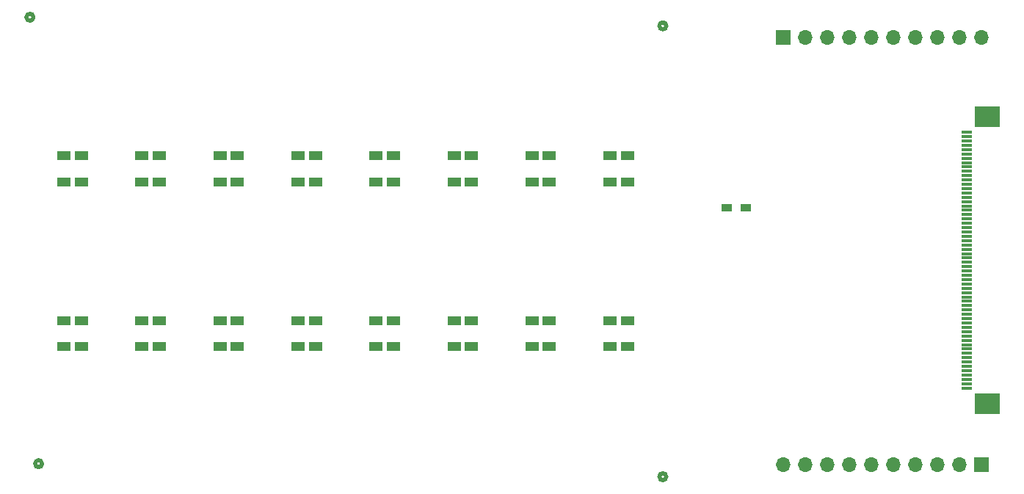
<source format=gts>
G04 #@! TF.GenerationSoftware,KiCad,Pcbnew,(5.1.6-0-10_14)*
G04 #@! TF.CreationDate,2021-12-08T11:09:57+09:00*
G04 #@! TF.ProjectId,photo-single,70686f74-6f2d-4736-996e-676c652e6b69,rev?*
G04 #@! TF.SameCoordinates,Original*
G04 #@! TF.FileFunction,Soldermask,Top*
G04 #@! TF.FilePolarity,Negative*
%FSLAX46Y46*%
G04 Gerber Fmt 4.6, Leading zero omitted, Abs format (unit mm)*
G04 Created by KiCad (PCBNEW (5.1.6-0-10_14)) date 2021-12-08 11:09:57*
%MOMM*%
%LPD*%
G01*
G04 APERTURE LIST*
%ADD10C,0.475000*%
%ADD11O,1.700000X1.700000*%
%ADD12R,1.700000X1.700000*%
%ADD13R,1.600000X1.000000*%
%ADD14R,1.200000X0.900000*%
%ADD15R,1.250000X0.300000*%
%ADD16R,3.000000X2.400000*%
G04 APERTURE END LIST*
D10*
X167400000Y-126000000D02*
G75*
G03*
X167400000Y-126000000I-400000J0D01*
G01*
X95400000Y-124500000D02*
G75*
G03*
X95400000Y-124500000I-400000J0D01*
G01*
X94400000Y-73000000D02*
G75*
G03*
X94400000Y-73000000I-400000J0D01*
G01*
X167400000Y-74000000D02*
G75*
G03*
X167400000Y-74000000I-400000J0D01*
G01*
D11*
X180905000Y-124628000D03*
X183445000Y-124628000D03*
X185985000Y-124628000D03*
X188525000Y-124628000D03*
X191065000Y-124628000D03*
X193605000Y-124628000D03*
X196145000Y-124628000D03*
X198685000Y-124628000D03*
X201225000Y-124628000D03*
D12*
X203765000Y-124628000D03*
D13*
X162921211Y-89002066D03*
X162921211Y-92002066D03*
X108921211Y-111001633D03*
X108921211Y-108001633D03*
X162921211Y-108001633D03*
X162921211Y-111001633D03*
X160921211Y-111001633D03*
X160921211Y-108001633D03*
X153921211Y-108001633D03*
X153921211Y-111001633D03*
X151921211Y-111001633D03*
X151921211Y-108001633D03*
X144921211Y-108001633D03*
X144921211Y-111001633D03*
X142921211Y-111001633D03*
X142921211Y-108001633D03*
X135921211Y-108001633D03*
X135921211Y-111001633D03*
X117921211Y-111001633D03*
X117921211Y-108001633D03*
X106921211Y-108001633D03*
X106921211Y-111001633D03*
X115921211Y-108001633D03*
X115921211Y-111001633D03*
X126921211Y-111001633D03*
X126921211Y-108001633D03*
X124921211Y-108001633D03*
X124921211Y-111001633D03*
X99921211Y-111001633D03*
X99921211Y-108001633D03*
X133921211Y-111001633D03*
X133921211Y-108001633D03*
X97921211Y-108001633D03*
X97921211Y-111001633D03*
X160921211Y-92002066D03*
X160921211Y-89002066D03*
X99921211Y-92002066D03*
X99921211Y-89002066D03*
X135921211Y-89002066D03*
X135921211Y-92002066D03*
X115921211Y-89002066D03*
X115921211Y-92002066D03*
X117921211Y-92002066D03*
X117921211Y-89002066D03*
X142921211Y-92002066D03*
X142921211Y-89002066D03*
X106921211Y-89002066D03*
X106921211Y-92002066D03*
X124921211Y-89002066D03*
X124921211Y-92002066D03*
X133921211Y-92002066D03*
X133921211Y-89002066D03*
X126921211Y-92002066D03*
X126921211Y-89002066D03*
X153921211Y-89002066D03*
X153921211Y-92002066D03*
X144921211Y-89002066D03*
X144921211Y-92002066D03*
X151921211Y-92002066D03*
X151921211Y-89002066D03*
X97921211Y-89002066D03*
X97921211Y-92002066D03*
X108921211Y-92002066D03*
X108921211Y-89002066D03*
D14*
X176600000Y-95000000D03*
X174400000Y-95000000D03*
D15*
X202074000Y-115770000D03*
X202074000Y-115270000D03*
X202074000Y-114770000D03*
X202074000Y-114270000D03*
X202074000Y-113770000D03*
X202074000Y-113270000D03*
X202074000Y-112770000D03*
X202074000Y-112270000D03*
X202074000Y-111770000D03*
X202074000Y-111270000D03*
X202074000Y-110770000D03*
X202074000Y-110270000D03*
X202074000Y-109770000D03*
X202074000Y-109270000D03*
X202074000Y-108770000D03*
X202074000Y-108270000D03*
X202074000Y-107770000D03*
X202074000Y-107270000D03*
X202074000Y-106770000D03*
X202074000Y-106270000D03*
X202074000Y-105770000D03*
X202074000Y-105270000D03*
X202074000Y-104770000D03*
X202074000Y-104270000D03*
X202074000Y-103770000D03*
X202074000Y-103270000D03*
X202074000Y-102770000D03*
X202074000Y-102270000D03*
X202074000Y-101770000D03*
X202074000Y-101270000D03*
X202074000Y-100770000D03*
X202074000Y-100270000D03*
X202074000Y-99770000D03*
X202074000Y-99270000D03*
X202074000Y-98770000D03*
X202074000Y-98270000D03*
X202074000Y-97770000D03*
X202074000Y-97270000D03*
X202074000Y-96770000D03*
X202074000Y-96270000D03*
X202074000Y-95770000D03*
X202074000Y-95270000D03*
X202074000Y-94770000D03*
X202074000Y-94270000D03*
X202074000Y-93770000D03*
X202074000Y-93270000D03*
X202074000Y-92770000D03*
X202074000Y-92270000D03*
X202074000Y-91770000D03*
X202074000Y-91270000D03*
X202074000Y-90770000D03*
X202074000Y-90270000D03*
X202074000Y-89770000D03*
X202074000Y-89270000D03*
X202074000Y-88770000D03*
X202074000Y-88270000D03*
X202074000Y-87770000D03*
X202074000Y-87270000D03*
X202074000Y-86770000D03*
X202074000Y-86270000D03*
D16*
X204399000Y-117570000D03*
X204399000Y-84470000D03*
D12*
X180905000Y-75372000D03*
D11*
X183445000Y-75372000D03*
X185985000Y-75372000D03*
X188525000Y-75372000D03*
X191065000Y-75372000D03*
X193605000Y-75372000D03*
X196145000Y-75372000D03*
X198685000Y-75372000D03*
X201225000Y-75372000D03*
X203765000Y-75372000D03*
M02*

</source>
